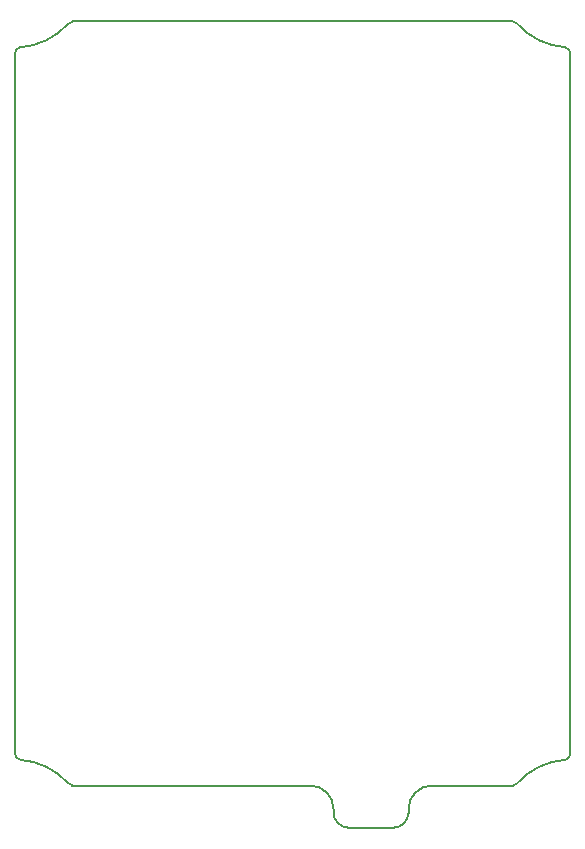
<source format=gm1>
G04 #@! TF.GenerationSoftware,KiCad,Pcbnew,5.0.2-bee76a0~70~ubuntu16.04.1*
G04 #@! TF.CreationDate,2020-11-05T00:34:30+01:00*
G04 #@! TF.ProjectId,WiRoc_NanoPi_v1,5769526f-635f-44e6-916e-6f50695f7631,rev?*
G04 #@! TF.SameCoordinates,Original*
G04 #@! TF.FileFunction,Profile,NP*
%FSLAX46Y46*%
G04 Gerber Fmt 4.6, Leading zero omitted, Abs format (unit mm)*
G04 Created by KiCad (PCBNEW 5.0.2-bee76a0~70~ubuntu16.04.1) date tor  5 nov 2020 00:34:30*
%MOMM*%
%LPD*%
G01*
G04 APERTURE LIST*
%ADD10C,0.200000*%
G04 APERTURE END LIST*
D10*
X48406775Y-48989525D02*
G75*
G03X48000000Y-49487300I93225J-491275D01*
G01*
X52485492Y-47006107D02*
G75*
G02X52890000Y-46800000I404508J-293893D01*
G01*
X52465186Y-47025476D02*
G75*
G02X48409500Y-48987300I-4455686J4038176D01*
G01*
X90514508Y-47006107D02*
G75*
G03X90110000Y-46800000I-404508J-293893D01*
G01*
X90534814Y-47025476D02*
G75*
G03X94590500Y-48987300I4455686J4038176D01*
G01*
X94586824Y-49001096D02*
G75*
G02X95000000Y-49493500I-86824J-492404D01*
G01*
X52485492Y-111293893D02*
G75*
G03X52890000Y-111500000I404508J293893D01*
G01*
X52465186Y-111274524D02*
G75*
G03X48409500Y-109312700I-4455686J-4038176D01*
G01*
X48413176Y-109305104D02*
G75*
G02X48000000Y-108812700I86824J492404D01*
G01*
X90534814Y-111274524D02*
G75*
G02X94590500Y-109312700I4455686J-4038176D01*
G01*
X90514508Y-111293893D02*
G75*
G02X90110000Y-111500000I-404508J293893D01*
G01*
X94586824Y-109305104D02*
G75*
G03X95000000Y-108812700I-86824J492404D01*
G01*
X74958000Y-113481200D02*
X74958000Y-113786000D01*
X73000000Y-111500000D02*
X52850000Y-111500000D01*
X80038000Y-115056000D02*
X76177200Y-115056000D01*
X81308000Y-113481200D02*
X81308000Y-113836800D01*
X83300000Y-111500000D02*
X90150000Y-111500000D01*
X81306985Y-113836759D02*
G75*
G02X80038000Y-115056000I-1268985J50759D01*
G01*
X76177241Y-115054985D02*
G75*
G02X74958000Y-113786000I50759J1268985D01*
G01*
X72976800Y-111500000D02*
G75*
G02X74958000Y-113481200I0J-1981200D01*
G01*
X81308000Y-113481200D02*
G75*
G02X83289200Y-111500000I1981200J0D01*
G01*
X95000000Y-49500000D02*
X95000000Y-108800000D01*
X52850000Y-46800000D02*
X90150000Y-46800000D01*
X48000000Y-108800000D02*
X48000000Y-49500000D01*
M02*

</source>
